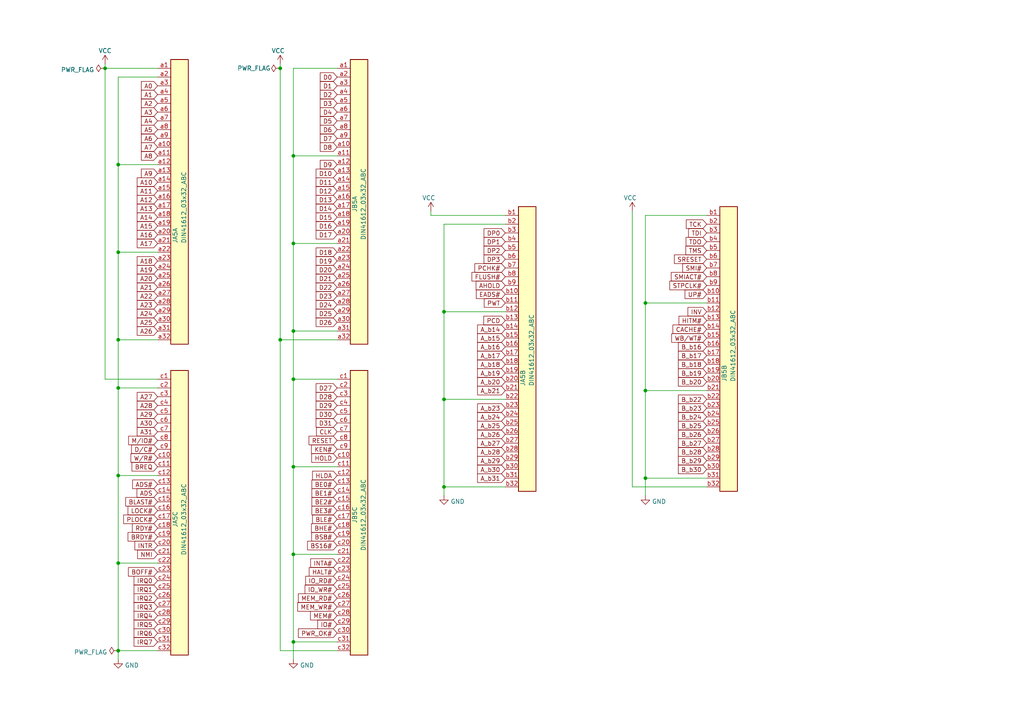
<source format=kicad_sch>
(kicad_sch (version 20211123) (generator eeschema)
  (paper "A4")
  (lib_symbols
    (symbol "Private Lib:DIN41612_03x32_ABC"
      (property "Reference" "U" (at 0 0 0))
      (property "Value" "DIN41612_03x32_ABC" (at 0 2.54 0))
      (symbol "DIN41612_03x32_ABC_0_1"
        (rectangle (start -2.54 -2.54) (end 2.54 -85.09) (stroke (width 0.254)) (fill (type background)))
      )
      (symbol "DIN41612_03x32_ABC_1_1"
        (pin passive line (at -6.35 -5.08 0) (length 3.81) (name "") (number "a1"))
        (pin passive line (at -6.35 -27.94 0) (length 3.81) (name "") (number "a10"))
        (pin passive line (at -6.35 -30.48 0) (length 3.81) (name "") (number "a11"))
        (pin passive line (at -6.35 -33.02 0) (length 3.81) (name "") (number "a12"))
        (pin passive line (at -6.35 -35.56 0) (length 3.81) (name "") (number "a13"))
        (pin passive line (at -6.35 -38.1 0) (length 3.81) (name "") (number "a14"))
        (pin passive line (at -6.35 -40.64 0) (length 3.81) (name "") (number "a15"))
        (pin passive line (at -6.35 -43.18 0) (length 3.81) (name "") (number "a16"))
        (pin passive line (at -6.35 -45.72 0) (length 3.81) (name "") (number "a17"))
        (pin passive line (at -6.35 -48.26 0) (length 3.81) (name "") (number "a18"))
        (pin passive line (at -6.35 -50.8 0) (length 3.81) (name "") (number "a19"))
        (pin passive line (at -6.35 -7.62 0) (length 3.81) (name "") (number "a2"))
        (pin passive line (at -6.35 -53.34 0) (length 3.81) (name "") (number "a20"))
        (pin passive line (at -6.35 -55.88 0) (length 3.81) (name "") (number "a21"))
        (pin passive line (at -6.35 -58.42 0) (length 3.81) (name "") (number "a22"))
        (pin passive line (at -6.35 -60.96 0) (length 3.81) (name "") (number "a23"))
        (pin passive line (at -6.35 -63.5 0) (length 3.81) (name "") (number "a24"))
        (pin passive line (at -6.35 -66.04 0) (length 3.81) (name "") (number "a25"))
        (pin passive line (at -6.35 -68.58 0) (length 3.81) (name "") (number "a26"))
        (pin passive line (at -6.35 -71.12 0) (length 3.81) (name "") (number "a27"))
        (pin passive line (at -6.35 -73.66 0) (length 3.81) (name "") (number "a28"))
        (pin passive line (at -6.35 -76.2 0) (length 3.81) (name "") (number "a29"))
        (pin passive line (at -6.35 -10.16 0) (length 3.81) (name "") (number "a3"))
        (pin passive line (at -6.35 -78.74 0) (length 3.81) (name "") (number "a30"))
        (pin passive line (at -6.35 -81.28 0) (length 3.81) (name "") (number "a31"))
        (pin passive line (at -6.35 -83.82 0) (length 3.81) (name "") (number "a32"))
        (pin passive line (at -6.35 -12.7 0) (length 3.81) (name "") (number "a4"))
        (pin passive line (at -6.35 -15.24 0) (length 3.81) (name "") (number "a5"))
        (pin passive line (at -6.35 -17.78 0) (length 3.81) (name "") (number "a6"))
        (pin passive line (at -6.35 -20.32 0) (length 3.81) (name "") (number "a7"))
        (pin passive line (at -6.35 -22.86 0) (length 3.81) (name "") (number "a8"))
        (pin passive line (at -6.35 -25.4 0) (length 3.81) (name "") (number "a9"))
      )
      (symbol "DIN41612_03x32_ABC_2_1"
        (pin passive line (at -6.35 -5.08 0) (length 3.81) (name "") (number "b1"))
        (pin passive line (at -6.35 -27.94 0) (length 3.81) (name "") (number "b10"))
        (pin passive line (at -6.35 -30.48 0) (length 3.81) (name "") (number "b11"))
        (pin passive line (at -6.35 -33.02 0) (length 3.81) (name "") (number "b12"))
        (pin passive line (at -6.35 -35.56 0) (length 3.81) (name "") (number "b13"))
        (pin passive line (at -6.35 -38.1 0) (length 3.81) (name "") (number "b14"))
        (pin passive line (at -6.35 -40.64 0) (length 3.81) (name "") (number "b15"))
        (pin passive line (at -6.35 -43.18 0) (length 3.81) (name "") (number "b16"))
        (pin passive line (at -6.35 -45.72 0) (length 3.81) (name "") (number "b17"))
        (pin passive line (at -6.35 -48.26 0) (length 3.81) (name "") (number "b18"))
        (pin passive line (at -6.35 -50.8 0) (length 3.81) (name "") (number "b19"))
        (pin passive line (at -6.35 -7.62 0) (length 3.81) (name "") (number "b2"))
        (pin passive line (at -6.35 -53.34 0) (length 3.81) (name "") (number "b20"))
        (pin passive line (at -6.35 -55.88 0) (length 3.81) (name "") (number "b21"))
        (pin passive line (at -6.35 -58.42 0) (length 3.81) (name "") (number "b22"))
        (pin passive line (at -6.35 -60.96 0) (length 3.81) (name "") (number "b23"))
        (pin passive line (at -6.35 -63.5 0) (length 3.81) (name "") (number "b24"))
        (pin passive line (at -6.35 -66.04 0) (length 3.81) (name "") (number "b25"))
        (pin passive line (at -6.35 -68.58 0) (length 3.81) (name "") (number "b26"))
        (pin passive line (at -6.35 -71.12 0) (length 3.81) (name "") (number "b27"))
        (pin passive line (at -6.35 -73.66 0) (length 3.81) (name "") (number "b28"))
        (pin passive line (at -6.35 -76.2 0) (length 3.81) (name "") (number "b29"))
        (pin passive line (at -6.35 -10.16 0) (length 3.81) (name "") (number "b3"))
        (pin passive line (at -6.35 -78.74 0) (length 3.81) (name "") (number "b30"))
        (pin passive line (at -6.35 -81.28 0) (length 3.81) (name "") (number "b31"))
        (pin passive line (at -6.35 -83.82 0) (length 3.81) (name "") (number "b32"))
        (pin passive line (at -6.35 -12.7 0) (length 3.81) (name "") (number "b4"))
        (pin passive line (at -6.35 -15.24 0) (length 3.81) (name "") (number "b5"))
        (pin passive line (at -6.35 -17.78 0) (length 3.81) (name "") (number "b6"))
        (pin passive line (at -6.35 -20.32 0) (length 3.81) (name "") (number "b7"))
        (pin passive line (at -6.35 -22.86 0) (length 3.81) (name "") (number "b8"))
        (pin passive line (at -6.35 -25.4 0) (length 3.81) (name "") (number "b9"))
      )
      (symbol "DIN41612_03x32_ABC_3_1"
        (pin passive line (at -6.35 -5.08 0) (length 3.81) (name "") (number "c1"))
        (pin passive line (at -6.35 -27.94 0) (length 3.81) (name "") (number "c10"))
        (pin passive line (at -6.35 -30.48 0) (length 3.81) (name "") (number "c11"))
        (pin passive line (at -6.35 -33.02 0) (length 3.81) (name "") (number "c12"))
        (pin passive line (at -6.35 -35.56 0) (length 3.81) (name "") (number "c13"))
        (pin passive line (at -6.35 -38.1 0) (length 3.81) (name "") (number "c14"))
        (pin passive line (at -6.35 -40.64 0) (length 3.81) (name "") (number "c15"))
        (pin passive line (at -6.35 -43.18 0) (length 3.81) (name "") (number "c16"))
        (pin passive line (at -6.35 -45.72 0) (length 3.81) (name "") (number "c17"))
        (pin passive line (at -6.35 -48.26 0) (length 3.81) (name "") (number "c18"))
        (pin passive line (at -6.35 -50.8 0) (length 3.81) (name "") (number "c19"))
        (pin passive line (at -6.35 -7.62 0) (length 3.81) (name "") (number "c2"))
        (pin passive line (at -6.35 -53.34 0) (length 3.81) (name "") (number "c20"))
        (pin passive line (at -6.35 -55.88 0) (length 3.81) (name "") (number "c21"))
        (pin passive line (at -6.35 -58.42 0) (length 3.81) (name "") (number "c22"))
        (pin passive line (at -6.35 -60.96 0) (length 3.81) (name "") (number "c23"))
        (pin passive line (at -6.35 -63.5 0) (length 3.81) (name "") (number "c24"))
        (pin passive line (at -6.35 -66.04 0) (length 3.81) (name "") (number "c25"))
        (pin passive line (at -6.35 -68.58 0) (length 3.81) (name "") (number "c26"))
        (pin passive line (at -6.35 -71.12 0) (length 3.81) (name "") (number "c27"))
        (pin passive line (at -6.35 -73.66 0) (length 3.81) (name "") (number "c28"))
        (pin passive line (at -6.35 -76.2 0) (length 3.81) (name "") (number "c29"))
        (pin passive line (at -6.35 -10.16 0) (length 3.81) (name "") (number "c3"))
        (pin passive line (at -6.35 -78.74 0) (length 3.81) (name "") (number "c30"))
        (pin passive line (at -6.35 -81.28 0) (length 3.81) (name "") (number "c31"))
        (pin passive line (at -6.35 -83.82 0) (length 3.81) (name "") (number "c32"))
        (pin passive line (at -6.35 -12.7 0) (length 3.81) (name "") (number "c4"))
        (pin passive line (at -6.35 -15.24 0) (length 3.81) (name "") (number "c5"))
        (pin passive line (at -6.35 -17.78 0) (length 3.81) (name "") (number "c6"))
        (pin passive line (at -6.35 -20.32 0) (length 3.81) (name "") (number "c7"))
        (pin passive line (at -6.35 -22.86 0) (length 3.81) (name "") (number "c8"))
        (pin passive line (at -6.35 -25.4 0) (length 3.81) (name "") (number "c9"))
      )
    )
    (symbol "power:GND" (power) (pin_names (offset 0))
      (property "Value" "GND" (at 0 -3.81 0))
      (symbol "GND_0_1"
        (polyline (pts (xy 0 0) (xy 0 -1.27) (xy 1.27 -1.27) (xy 0 -2.54) (xy -1.27 -1.27) (xy 0 -1.27)))
      )
      (symbol "GND_1_1"
        (pin power_in line (at 0 0 270) (length 0) hide (name "GND") (number "1"))
      )
    )
    (symbol "power:PWR_FLAG" (power) (pin_numbers hide) (pin_names (offset 0) hide)
      (property "Value" "PWR_FLAG" (at 0 3.81 0))
      (symbol "PWR_FLAG_0_0"
        (pin power_out line (at 0 0 90) (length 0) (name "pwr") (number "1"))
      )
      (symbol "PWR_FLAG_0_1"
        (polyline (pts (xy 0 0) (xy 0 1.27) (xy -1.016 1.905) (xy 0 2.54) (xy 1.016 1.905) (xy 0 1.27)))
      )
    )
    (symbol "power:VCC" (power) (pin_names (offset 0))
      (property "Value" "VCC" (at 0 3.81 0))
      (symbol "VCC_0_1"
        (polyline (pts (xy -0.762 1.27) (xy 0 2.54)))
        (polyline (pts (xy 0 0) (xy 0 2.54)))
        (polyline (pts (xy 0 2.54) (xy 0.762 1.27)))
      )
      (symbol "VCC_1_1"
        (pin power_in line (at 0 0 90) (length 0) hide (name "VCC") (number "1"))
      )
    )
  )
  (junction (at 34.29 98.552))
  (junction (at 128.778 115.824))
  (junction (at 30.48 19.812))
  (junction (at 34.29 73.152))
  (junction (at 85.09 186.182))
  (junction (at 85.09 70.612))
  (junction (at 128.778 90.424))
  (junction (at 34.29 47.752))
  (junction (at 85.09 96.012))
  (junction (at 187.198 113.284))
  (junction (at 34.29 163.322))
  (junction (at 34.29 137.922))
  (junction (at 81.28 98.552))
  (junction (at 34.29 112.522))
  (junction (at 85.09 109.982))
  (junction (at 85.09 160.782))
  (junction (at 187.198 87.884))
  (junction (at 81.28 19.812))
  (junction (at 128.778 141.224))
  (junction (at 85.09 45.212))
  (junction (at 34.29 188.722))
  (junction (at 85.09 135.382))
  (junction (at 187.198 138.684))
  (wire (pts (xy 45.72 22.352) (xy 34.29 22.352)))
  (wire (pts (xy 30.48 19.812) (xy 45.72 19.812)))
  (wire (pts (xy 34.29 47.752) (xy 45.72 47.752)))
  (wire (pts (xy 146.558 141.224) (xy 128.778 141.224)))
  (wire (pts (xy 187.198 62.484) (xy 187.198 87.884)))
  (wire (pts (xy 34.29 163.322) (xy 45.72 163.322)))
  (wire (pts (xy 146.558 65.024) (xy 128.778 65.024)))
  (wire (pts (xy 128.778 90.424) (xy 146.558 90.424)))
  (wire (pts (xy 124.968 62.484) (xy 146.558 62.484)))
  (wire (pts (xy 187.198 87.884) (xy 204.978 87.884)))
  (wire (pts (xy 146.558 115.824) (xy 128.778 115.824)))
  (wire (pts (xy 187.198 87.884) (xy 187.198 113.284)))
  (wire (pts (xy 81.28 98.552) (xy 81.28 188.722)))
  (wire (pts (xy 30.48 19.812) (xy 30.48 109.982)))
  (wire (pts (xy 124.968 61.214) (xy 124.968 62.484)))
  (wire (pts (xy 128.778 65.024) (xy 128.778 90.424)))
  (wire (pts (xy 187.198 138.684) (xy 187.198 143.764)))
  (wire (pts (xy 81.28 188.722) (xy 97.79 188.722)))
  (wire (pts (xy 34.29 188.722) (xy 45.72 188.722)))
  (wire (pts (xy 85.09 135.382) (xy 97.79 135.382)))
  (wire (pts (xy 81.28 19.812) (xy 81.28 98.552)))
  (wire (pts (xy 34.29 137.922) (xy 34.29 163.322)))
  (wire (pts (xy 85.09 45.212) (xy 97.79 45.212)))
  (wire (pts (xy 128.778 143.764) (xy 128.778 141.224)))
  (wire (pts (xy 204.978 141.224) (xy 183.388 141.224)))
  (wire (pts (xy 30.48 18.542) (xy 30.48 19.812)))
  (wire (pts (xy 34.29 137.922) (xy 45.72 137.922)))
  (wire (pts (xy 85.09 109.982) (xy 97.79 109.982)))
  (wire (pts (xy 85.09 96.012) (xy 85.09 109.982)))
  (wire (pts (xy 85.09 45.212) (xy 85.09 70.612)))
  (wire (pts (xy 85.09 70.612) (xy 85.09 96.012)))
  (wire (pts (xy 128.778 115.824) (xy 128.778 141.224)))
  (wire (pts (xy 85.09 186.182) (xy 85.09 191.262)))
  (wire (pts (xy 183.388 61.214) (xy 183.388 141.224)))
  (wire (pts (xy 128.778 90.424) (xy 128.778 115.824)))
  (wire (pts (xy 204.978 113.284) (xy 187.198 113.284)))
  (wire (pts (xy 34.29 73.152) (xy 34.29 98.552)))
  (wire (pts (xy 34.29 112.522) (xy 45.72 112.522)))
  (wire (pts (xy 34.29 191.262) (xy 34.29 188.722)))
  (wire (pts (xy 34.29 163.322) (xy 34.29 188.722)))
  (wire (pts (xy 30.48 109.982) (xy 45.72 109.982)))
  (wire (pts (xy 204.978 62.484) (xy 187.198 62.484)))
  (wire (pts (xy 34.29 73.152) (xy 45.72 73.152)))
  (wire (pts (xy 85.09 109.982) (xy 85.09 135.382)))
  (wire (pts (xy 85.09 160.782) (xy 85.09 186.182)))
  (wire (pts (xy 187.198 113.284) (xy 187.198 138.684)))
  (wire (pts (xy 85.09 135.382) (xy 85.09 160.782)))
  (wire (pts (xy 85.09 96.012) (xy 97.79 96.012)))
  (wire (pts (xy 34.29 22.352) (xy 34.29 47.752)))
  (wire (pts (xy 85.09 160.782) (xy 97.79 160.782)))
  (wire (pts (xy 34.29 98.552) (xy 45.72 98.552)))
  (wire (pts (xy 97.79 19.812) (xy 85.09 19.812)))
  (wire (pts (xy 34.29 47.752) (xy 34.29 73.152)))
  (wire (pts (xy 85.09 186.182) (xy 97.79 186.182)))
  (wire (pts (xy 204.978 138.684) (xy 187.198 138.684)))
  (wire (pts (xy 34.29 98.552) (xy 34.29 112.522)))
  (wire (pts (xy 85.09 19.812) (xy 85.09 45.212)))
  (wire (pts (xy 81.28 98.552) (xy 97.79 98.552)))
  (wire (pts (xy 34.29 112.522) (xy 34.29 137.922)))
  (wire (pts (xy 85.09 70.612) (xy 97.79 70.612)))
  (wire (pts (xy 81.28 18.542) (xy 81.28 19.812)))
  (global_label "D13" (shape input) (at 97.79 57.912 180) (property "Intersheet References" "${INTERSHEET_REFS}" (effects hide)))
  (global_label "DP3" (shape input) (at 146.558 75.184 180) (property "Intersheet References" "${INTERSHEET_REFS}" (effects hide)))
  (global_label "IO#" (shape input) (at 97.79 181.102 180) (property "Intersheet References" "${INTERSHEET_REFS}" (effects hide)))
  (global_label "D4" (shape input) (at 97.79 32.512 180) (property "Intersheet References" "${INTERSHEET_REFS}" (effects hide)))
  (global_label "D30" (shape input) (at 97.79 120.142 180) (property "Intersheet References" "${INTERSHEET_REFS}" (effects hide)))
  (global_label "A5" (shape input) (at 45.72 37.592 180) (property "Intersheet References" "${INTERSHEET_REFS}" (effects hide)))
  (global_label "D2" (shape input) (at 97.79 27.432 180) (property "Intersheet References" "${INTERSHEET_REFS}" (effects hide)))
  (global_label "D{slash}C#" (shape input) (at 45.72 130.302 180) (property "Intersheet References" "${INTERSHEET_REFS}" (effects hide)))
  (global_label "D1" (shape input) (at 97.79 24.892 180) (property "Intersheet References" "${INTERSHEET_REFS}" (effects hide)))
  (global_label "HLDA" (shape input) (at 97.79 137.922 180) (property "Intersheet References" "${INTERSHEET_REFS}" (effects hide)))
  (global_label "D11" (shape input) (at 97.79 52.832 180) (property "Intersheet References" "${INTERSHEET_REFS}" (effects hide)))
  (global_label "M{slash}IO#" (shape input) (at 45.72 127.762 180) (property "Intersheet References" "${INTERSHEET_REFS}" (effects hide)))
  (global_label "TDI" (shape input) (at 204.978 67.564 180) (property "Intersheet References" "${INTERSHEET_REFS}" (effects hide)))
  (global_label "A21" (shape input) (at 45.72 83.312 180) (property "Intersheet References" "${INTERSHEET_REFS}" (effects hide)))
  (global_label "A4" (shape input) (at 45.72 35.052 180) (property "Intersheet References" "${INTERSHEET_REFS}" (effects hide)))
  (global_label "A11" (shape input) (at 45.72 55.372 180) (property "Intersheet References" "${INTERSHEET_REFS}" (effects hide)))
  (global_label "SRESET" (shape input) (at 204.978 75.184 180) (property "Intersheet References" "${INTERSHEET_REFS}" (effects hide)))
  (global_label "IO_RD#" (shape input) (at 97.79 168.402 180) (property "Intersheet References" "${INTERSHEET_REFS}" (effects hide)))
  (global_label "A_b31" (shape input) (at 146.558 138.684 180) (property "Intersheet References" "${INTERSHEET_REFS}" (effects hide)))
  (global_label "D15" (shape input) (at 97.79 62.992 180) (property "Intersheet References" "${INTERSHEET_REFS}" (effects hide)))
  (global_label "TDO" (shape input) (at 204.978 70.104 180) (property "Intersheet References" "${INTERSHEET_REFS}" (effects hide)))
  (global_label "ADS#" (shape input) (at 45.72 140.462 180) (property "Intersheet References" "${INTERSHEET_REFS}" (effects hide)))
  (global_label "IRQ2" (shape input) (at 45.72 173.482 180) (property "Intersheet References" "${INTERSHEET_REFS}" (effects hide)))
  (global_label "A15" (shape input) (at 45.72 65.532 180) (property "Intersheet References" "${INTERSHEET_REFS}" (effects hide)))
  (global_label "BE0#" (shape input) (at 97.79 140.462 180) (property "Intersheet References" "${INTERSHEET_REFS}" (effects hide)))
  (global_label "A30" (shape input) (at 45.72 122.682 180) (property "Intersheet References" "${INTERSHEET_REFS}" (effects hide)))
  (global_label "BRDY#" (shape input) (at 45.72 155.702 180) (property "Intersheet References" "${INTERSHEET_REFS}" (effects hide)))
  (global_label "B_b28" (shape input) (at 204.978 131.064 180) (property "Intersheet References" "${INTERSHEET_REFS}" (effects hide)))
  (global_label "LOCK#" (shape input) (at 45.72 148.082 180) (property "Intersheet References" "${INTERSHEET_REFS}" (effects hide)))
  (global_label "D6" (shape input) (at 97.79 37.592 180) (property "Intersheet References" "${INTERSHEET_REFS}" (effects hide)))
  (global_label "INTA#" (shape input) (at 97.79 163.322 180) (property "Intersheet References" "${INTERSHEET_REFS}" (effects hide)))
  (global_label "A_b26" (shape input) (at 146.558 125.984 180) (property "Intersheet References" "${INTERSHEET_REFS}" (effects hide)))
  (global_label "D19" (shape input) (at 97.79 75.692 180) (property "Intersheet References" "${INTERSHEET_REFS}" (effects hide)))
  (global_label "BS16#" (shape input) (at 97.79 158.242 180) (property "Intersheet References" "${INTERSHEET_REFS}" (effects hide)))
  (global_label "RDY#" (shape input) (at 45.72 153.162 180) (property "Intersheet References" "${INTERSHEET_REFS}" (effects hide)))
  (global_label "SMI#" (shape input) (at 204.978 77.724 180) (property "Intersheet References" "${INTERSHEET_REFS}" (effects hide)))
  (global_label "EADS#" (shape input) (at 146.558 85.344 180) (property "Intersheet References" "${INTERSHEET_REFS}" (effects hide)))
  (global_label "BHE#" (shape input) (at 97.79 153.162 180) (property "Intersheet References" "${INTERSHEET_REFS}" (effects hide)))
  (global_label "HITM#" (shape input) (at 204.978 92.964 180) (property "Intersheet References" "${INTERSHEET_REFS}" (effects hide)))
  (global_label "B_b22" (shape input) (at 204.978 115.824 180) (property "Intersheet References" "${INTERSHEET_REFS}" (effects hide)))
  (global_label "B_b19" (shape input) (at 204.978 108.204 180) (property "Intersheet References" "${INTERSHEET_REFS}" (effects hide)))
  (global_label "A14" (shape input) (at 45.72 62.992 180) (property "Intersheet References" "${INTERSHEET_REFS}" (effects hide)))
  (global_label "D17" (shape input) (at 97.79 68.072 180) (property "Intersheet References" "${INTERSHEET_REFS}" (effects hide)))
  (global_label "A_b21" (shape input) (at 146.558 113.284 180) (property "Intersheet References" "${INTERSHEET_REFS}" (effects hide)))
  (global_label "INV" (shape input) (at 204.978 90.424 180) (property "Intersheet References" "${INTERSHEET_REFS}" (effects hide)))
  (global_label "TMS" (shape input) (at 204.978 72.644 180) (property "Intersheet References" "${INTERSHEET_REFS}" (effects hide)))
  (global_label "ADS" (shape input) (at 45.72 143.002 180) (property "Intersheet References" "${INTERSHEET_REFS}" (effects hide)))
  (global_label "A31" (shape input) (at 45.72 125.222 180) (property "Intersheet References" "${INTERSHEET_REFS}" (effects hide)))
  (global_label "IRQ0" (shape input) (at 45.72 168.402 180) (property "Intersheet References" "${INTERSHEET_REFS}" (effects hide)))
  (global_label "D12" (shape input) (at 97.79 55.372 180) (property "Intersheet References" "${INTERSHEET_REFS}" (effects hide)))
  (global_label "KEN#" (shape input) (at 97.79 130.302 180) (property "Intersheet References" "${INTERSHEET_REFS}" (effects hide)))
  (global_label "B_b23" (shape input) (at 204.978 118.364 180) (property "Intersheet References" "${INTERSHEET_REFS}" (effects hide)))
  (global_label "SMIACT#" (shape input) (at 204.978 80.264 180) (property "Intersheet References" "${INTERSHEET_REFS}" (effects hide)))
  (global_label "BLE#" (shape input) (at 97.79 150.622 180) (property "Intersheet References" "${INTERSHEET_REFS}" (effects hide)))
  (global_label "A_b20" (shape input) (at 146.558 110.744 180) (property "Intersheet References" "${INTERSHEET_REFS}" (effects hide)))
  (global_label "DP0" (shape input) (at 146.558 67.564 180) (property "Intersheet References" "${INTERSHEET_REFS}" (effects hide)))
  (global_label "D25" (shape input) (at 97.79 90.932 180) (property "Intersheet References" "${INTERSHEET_REFS}" (effects hide)))
  (global_label "D16" (shape input) (at 97.79 65.532 180) (property "Intersheet References" "${INTERSHEET_REFS}" (effects hide)))
  (global_label "BS8#" (shape input) (at 97.79 155.702 180) (property "Intersheet References" "${INTERSHEET_REFS}" (effects hide)))
  (global_label "B_b20" (shape input) (at 204.978 110.744 180) (property "Intersheet References" "${INTERSHEET_REFS}" (effects hide)))
  (global_label "BLAST#" (shape input) (at 45.72 145.542 180) (property "Intersheet References" "${INTERSHEET_REFS}" (effects hide)))
  (global_label "A9" (shape input) (at 45.72 50.292 180) (property "Intersheet References" "${INTERSHEET_REFS}" (effects hide)))
  (global_label "A17" (shape input) (at 45.72 70.612 180) (property "Intersheet References" "${INTERSHEET_REFS}" (effects hide)))
  (global_label "B_b27" (shape input) (at 204.978 128.524 180) (property "Intersheet References" "${INTERSHEET_REFS}" (effects hide)))
  (global_label "B_b26" (shape input) (at 204.978 125.984 180) (property "Intersheet References" "${INTERSHEET_REFS}" (effects hide)))
  (global_label "CLK" (shape input) (at 97.79 125.222 180) (property "Intersheet References" "${INTERSHEET_REFS}" (effects hide)))
  (global_label "D10" (shape input) (at 97.79 50.292 180) (property "Intersheet References" "${INTERSHEET_REFS}" (effects hide)))
  (global_label "D27" (shape input) (at 97.79 112.522 180) (property "Intersheet References" "${INTERSHEET_REFS}" (effects hide)))
  (global_label "A24" (shape input) (at 45.72 90.932 180) (property "Intersheet References" "${INTERSHEET_REFS}" (effects hide)))
  (global_label "PCHK#" (shape input) (at 146.558 77.724 180) (property "Intersheet References" "${INTERSHEET_REFS}" (effects hide)))
  (global_label "A27" (shape input) (at 45.72 115.062 180) (property "Intersheet References" "${INTERSHEET_REFS}" (effects hide)))
  (global_label "D3" (shape input) (at 97.79 29.972 180) (property "Intersheet References" "${INTERSHEET_REFS}" (effects hide)))
  (global_label "HALT#" (shape input) (at 97.79 165.862 180) (property "Intersheet References" "${INTERSHEET_REFS}" (effects hide)))
  (global_label "IRQ7" (shape input) (at 45.72 186.182 180) (property "Intersheet References" "${INTERSHEET_REFS}" (effects hide)))
  (global_label "DP2" (shape input) (at 146.558 72.644 180) (property "Intersheet References" "${INTERSHEET_REFS}" (effects hide)))
  (global_label "RESET" (shape input) (at 97.79 127.762 180) (property "Intersheet References" "${INTERSHEET_REFS}" (effects hide)))
  (global_label "AHOLD" (shape input) (at 146.558 82.804 180) (property "Intersheet References" "${INTERSHEET_REFS}" (effects hide)))
  (global_label "D22" (shape input) (at 97.79 83.312 180) (property "Intersheet References" "${INTERSHEET_REFS}" (effects hide)))
  (global_label "MEM#" (shape input) (at 97.79 178.562 180) (property "Intersheet References" "${INTERSHEET_REFS}" (effects hide)))
  (global_label "A25" (shape input) (at 45.72 93.472 180) (property "Intersheet References" "${INTERSHEET_REFS}" (effects hide)))
  (global_label "IRQ4" (shape input) (at 45.72 178.562 180) (property "Intersheet References" "${INTERSHEET_REFS}" (effects hide)))
  (global_label "A_b23" (shape input) (at 146.558 118.364 180) (property "Intersheet References" "${INTERSHEET_REFS}" (effects hide)))
  (global_label "WB{slash}WT#" (shape input) (at 204.978 98.044 180) (property "Intersheet References" "${INTERSHEET_REFS}" (effects hide)))
  (global_label "D26" (shape input) (at 97.79 93.472 180) (property "Intersheet References" "${INTERSHEET_REFS}" (effects hide)))
  (global_label "D7" (shape input) (at 97.79 40.132 180) (property "Intersheet References" "${INTERSHEET_REFS}" (effects hide)))
  (global_label "TCK" (shape input) (at 204.978 65.024 180) (property "Intersheet References" "${INTERSHEET_REFS}" (effects hide)))
  (global_label "D0" (shape input) (at 97.79 22.352 180) (property "Intersheet References" "${INTERSHEET_REFS}" (effects hide)))
  (global_label "D9" (shape input) (at 97.79 47.752 180) (property "Intersheet References" "${INTERSHEET_REFS}" (effects hide)))
  (global_label "IRQ3" (shape input) (at 45.72 176.022 180) (property "Intersheet References" "${INTERSHEET_REFS}" (effects hide)))
  (global_label "IRQ6" (shape input) (at 45.72 183.642 180) (property "Intersheet References" "${INTERSHEET_REFS}" (effects hide)))
  (global_label "A22" (shape input) (at 45.72 85.852 180) (property "Intersheet References" "${INTERSHEET_REFS}" (effects hide)))
  (global_label "B_b24" (shape input) (at 204.978 120.904 180) (property "Intersheet References" "${INTERSHEET_REFS}" (effects hide)))
  (global_label "BREQ" (shape input) (at 45.72 135.382 180) (property "Intersheet References" "${INTERSHEET_REFS}" (effects hide)))
  (global_label "A_b25" (shape input) (at 146.558 123.444 180) (property "Intersheet References" "${INTERSHEET_REFS}" (effects hide)))
  (global_label "D24" (shape input) (at 97.79 88.392 180) (property "Intersheet References" "${INTERSHEET_REFS}" (effects hide)))
  (global_label "A_b15" (shape input) (at 146.558 98.044 180) (property "Intersheet References" "${INTERSHEET_REFS}" (effects hide)))
  (global_label "A29" (shape input) (at 45.72 120.142 180) (property "Intersheet References" "${INTERSHEET_REFS}" (effects hide)))
  (global_label "D20" (shape input) (at 97.79 78.232 180) (property "Intersheet References" "${INTERSHEET_REFS}" (effects hide)))
  (global_label "A_b24" (shape input) (at 146.558 120.904 180) (property "Intersheet References" "${INTERSHEET_REFS}" (effects hide)))
  (global_label "B_b30" (shape input) (at 204.978 136.144 180) (property "Intersheet References" "${INTERSHEET_REFS}" (effects hide)))
  (global_label "A0" (shape input) (at 45.72 24.892 180) (property "Intersheet References" "${INTERSHEET_REFS}" (effects hide)))
  (global_label "A_b30" (shape input) (at 146.558 136.144 180) (property "Intersheet References" "${INTERSHEET_REFS}" (effects hide)))
  (global_label "B_b16" (shape input) (at 204.978 100.584 180) (property "Intersheet References" "${INTERSHEET_REFS}" (effects hide)))
  (global_label "A20" (shape input) (at 45.72 80.772 180) (property "Intersheet References" "${INTERSHEET_REFS}" (effects hide)))
  (global_label "A_b17" (shape input) (at 146.558 103.124 180) (property "Intersheet References" "${INTERSHEET_REFS}" (effects hide)))
  (global_label "D21" (shape input) (at 97.79 80.772 180) (property "Intersheet References" "${INTERSHEET_REFS}" (effects hide)))
  (global_label "IRQ5" (shape input) (at 45.72 181.102 180) (property "Intersheet References" "${INTERSHEET_REFS}" (effects hide)))
  (global_label "B_b17" (shape input) (at 204.978 103.124 180) (property "Intersheet References" "${INTERSHEET_REFS}" (effects hide)))
  (global_label "A_b29" (shape input) (at 146.558 133.604 180) (property "Intersheet References" "${INTERSHEET_REFS}" (effects hide)))
  (global_label "A3" (shape input) (at 45.72 32.512 180) (property "Intersheet References" "${INTERSHEET_REFS}" (effects hide)))
  (global_label "FLUSH#" (shape input) (at 146.558 80.264 180) (property "Intersheet References" "${INTERSHEET_REFS}" (effects hide)))
  (global_label "D18" (shape input) (at 97.79 73.152 180) (property "Intersheet References" "${INTERSHEET_REFS}" (effects hide)))
  (global_label "A_b27" (shape input) (at 146.558 128.524 180) (property "Intersheet References" "${INTERSHEET_REFS}" (effects hide)))
  (global_label "B_b29" (shape input) (at 204.978 133.604 180) (property "Intersheet References" "${INTERSHEET_REFS}" (effects hide)))
  (global_label "NMI" (shape input) (at 45.72 160.782 180) (property "Intersheet References" "${INTERSHEET_REFS}" (effects hide)))
  (global_label "A_b16" (shape input) (at 146.558 100.584 180) (property "Intersheet References" "${INTERSHEET_REFS}" (effects hide)))
  (global_label "PLOCK#" (shape input) (at 45.72 150.622 180) (property "Intersheet References" "${INTERSHEET_REFS}" (effects hide)))
  (global_label "A16" (shape input) (at 45.72 68.072 180) (property "Intersheet References" "${INTERSHEET_REFS}" (effects hide)))
  (global_label "D29" (shape input) (at 97.79 117.602 180) (property "Intersheet References" "${INTERSHEET_REFS}" (effects hide)))
  (global_label "PCD" (shape input) (at 146.558 92.964 180) (property "Intersheet References" "${INTERSHEET_REFS}" (effects hide)))
  (global_label "A_b19" (shape input) (at 146.558 108.204 180) (property "Intersheet References" "${INTERSHEET_REFS}" (effects hide)))
  (global_label "HOLD" (shape input) (at 97.79 132.842 180) (property "Intersheet References" "${INTERSHEET_REFS}" (effects hide)))
  (global_label "A12" (shape input) (at 45.72 57.912 180) (property "Intersheet References" "${INTERSHEET_REFS}" (effects hide)))
  (global_label "W{slash}R#" (shape input) (at 45.72 132.842 180) (property "Intersheet References" "${INTERSHEET_REFS}" (effects hide)))
  (global_label "BE3#" (shape input) (at 97.79 148.082 180) (property "Intersheet References" "${INTERSHEET_REFS}" (effects hide)))
  (global_label "IO_WR#" (shape input) (at 97.79 170.942 180) (property "Intersheet References" "${INTERSHEET_REFS}" (effects hide)))
  (global_label "A2" (shape input) (at 45.72 29.972 180) (property "Intersheet References" "${INTERSHEET_REFS}" (effects hide)))
  (global_label "BE1#" (shape input) (at 97.79 143.002 180) (property "Intersheet References" "${INTERSHEET_REFS}" (effects hide)))
  (global_label "D14" (shape input) (at 97.79 60.452 180) (property "Intersheet References" "${INTERSHEET_REFS}" (effects hide)))
  (global_label "B_b25" (shape input) (at 204.978 123.444 180) (property "Intersheet References" "${INTERSHEET_REFS}" (effects hide)))
  (global_label "D23" (shape input) (at 97.79 85.852 180) (property "Intersheet References" "${INTERSHEET_REFS}" (effects hide)))
  (global_label "A26" (shape input) (at 45.72 96.012 180) (property "Intersheet References" "${INTERSHEET_REFS}" (effects hide)))
  (global_label "B_b18" (shape input) (at 204.978 105.664 180) (property "Intersheet References" "${INTERSHEET_REFS}" (effects hide)))
  (global_label "DP1" (shape input) (at 146.558 70.104 180) (property "Intersheet References" "${INTERSHEET_REFS}" (effects hide)))
  (global_label "A_b14" (shape input) (at 146.558 95.504 180) (property "Intersheet References" "${INTERSHEET_REFS}" (effects hide)))
  (global_label "A10" (shape input) (at 45.72 52.832 180) (property "Intersheet References" "${INTERSHEET_REFS}" (effects hide)))
  (global_label "D31" (shape input) (at 97.79 122.682 180) (property "Intersheet References" "${INTERSHEET_REFS}" (effects hide)))
  (global_label "A19" (shape input) (at 45.72 78.232 180) (property "Intersheet References" "${INTERSHEET_REFS}" (effects hide)))
  (global_label "IRQ1" (shape input) (at 45.72 170.942 180) (property "Intersheet References" "${INTERSHEET_REFS}" (effects hide)))
  (global_label "A6" (shape input) (at 45.72 40.132 180) (property "Intersheet References" "${INTERSHEET_REFS}" (effects hide)))
  (global_label "A18" (shape input) (at 45.72 75.692 180) (property "Intersheet References" "${INTERSHEET_REFS}" (effects hide)))
  (global_label "PWT" (shape input) (at 146.558 87.884 180) (property "Intersheet References" "${INTERSHEET_REFS}" (effects hide)))
  (global_label "BOFF#" (shape input) (at 45.72 165.862 180) (property "Intersheet References" "${INTERSHEET_REFS}" (effects hide)))
  (global_label "A_b28" (shape input) (at 146.558 131.064 180) (property "Intersheet References" "${INTERSHEET_REFS}" (effects hide)))
  (global_label "A7" (shape input) (at 45.72 42.672 180) (property "Intersheet References" "${INTERSHEET_REFS}" (effects hide)))
  (global_label "MEM_RD#" (shape input) (at 97.79 173.482 180) (property "Intersheet References" "${INTERSHEET_REFS}" (effects hide)))
  (global_label "D5" (shape input) (at 97.79 35.052 180) (property "Intersheet References" "${INTERSHEET_REFS}" (effects hide)))
  (global_label "A28" (shape input) (at 45.72 117.602 180) (property "Intersheet References" "${INTERSHEET_REFS}" (effects hide)))
  (global_label "A23" (shape input) (at 45.72 88.392 180) (property "Intersheet References" "${INTERSHEET_REFS}" (effects hide)))
  (global_label "MEM_WR#" (shape input) (at 97.79 176.022 180) (property "Intersheet References" "${INTERSHEET_REFS}" (effects hide)))
  (global_label "A1" (shape input) (at 45.72 27.432 180) (property "Intersheet References" "${INTERSHEET_REFS}" (effects hide)))
  (global_label "D28" (shape input) (at 97.79 115.062 180) (property "Intersheet References" "${INTERSHEET_REFS}" (effects hide)))
  (global_label "BE2#" (shape input) (at 97.79 145.542 180) (property "Intersheet References" "${INTERSHEET_REFS}" (effects hide)))
  (global_label "A8" (shape input) (at 45.72 45.212 180) (property "Intersheet References" "${INTERSHEET_REFS}" (effects hide)))
  (global_label "UP#" (shape input) (at 204.978 85.344 180) (property "Intersheet References" "${INTERSHEET_REFS}" (effects hide)))
  (global_label "A_b18" (shape input) (at 146.558 105.664 180) (property "Intersheet References" "${INTERSHEET_REFS}" (effects hide)))
  (global_label "INTR" (shape input) (at 45.72 158.242 180) (property "Intersheet References" "${INTERSHEET_REFS}" (effects hide)))
  (global_label "D8" (shape input) (at 97.79 42.672 180) (property "Intersheet References" "${INTERSHEET_REFS}" (effects hide)))
  (global_label "A13" (shape input) (at 45.72 60.452 180) (property "Intersheet References" "${INTERSHEET_REFS}" (effects hide)))
  (global_label "PWR_OK#" (shape input) (at 97.79 183.642 180) (property "Intersheet References" "${INTERSHEET_REFS}" (effects hide)))
  (global_label "CACHE#" (shape input) (at 204.978 95.504 180) (property "Intersheet References" "${INTERSHEET_REFS}" (effects hide)))
  (global_label "STPCLK#" (shape input) (at 204.978 82.804 180) (property "Intersheet References" "${INTERSHEET_REFS}" (effects hide)))
  (symbol (lib_id "Private Lib:DIN41612_03x32_ABC") (at 104.14 14.732 0) (unit 1)
    (property "Reference" "JB5" (at 102.87 59.182 90))
    (property "Value" "DIN41612_03x32_ABC" (at 105.4069 59.182 90))
    (property "Footprint" "Connector_DIN:DIN41612_C_3x32_Female_Vertical_THT" (effects hide))
  )
  (symbol (lib_id "power:PWR_FLAG") (at 30.48 19.812 90) (unit 1)
    (property "Reference" "#FLG0115" (effects hide))
    (property "Value" "PWR_FLAG" (at 27.3051 20.2458 90) (effects (justify left)))
  )
  (symbol (lib_id "Private Lib:DIN41612_03x32_ABC") (at 211.328 57.404 0) (unit 2)
    (property "Reference" "JB5" (at 210.058 110.744 90) (effects (justify left)))
    (property "Value" "DIN41612_03x32_ABC" (at 212.5949 110.744 90) (effects (justify left)))
    (property "Footprint" "Connector_DIN:DIN41612_C_3x32_Female_Vertical_THT" (effects hide))
  )
  (symbol (lib_id "power:GND") (at 34.29 191.262 0) (mirror y) (unit 1)
    (property "Reference" "#PWR0134" (effects hide))
    (property "Value" "GND" (at 36.195 192.9658 0) (effects (justify right)))
  )
  (symbol (lib_id "power:GND") (at 187.198 143.764 0) (mirror y) (unit 1)
    (property "Reference" "#PWR0137" (effects hide))
    (property "Value" "GND" (at 189.103 145.4678 0) (effects (justify right)))
  )
  (symbol (lib_id "Private Lib:DIN41612_03x32_ABC") (at 104.14 104.902 0) (unit 3)
    (property "Reference" "JB5" (at 102.87 149.352 90))
    (property "Value" "DIN41612_03x32_ABC" (at 105.4069 149.352 90))
    (property "Footprint" "Connector_DIN:DIN41612_C_3x32_Female_Vertical_THT" (effects hide))
  )
  (symbol (lib_id "power:VCC") (at 30.48 18.542 0) (mirror y) (unit 1)
    (property "Reference" "#PWR0136" (effects hide))
    (property "Value" "VCC" (at 30.48 14.732 0))
  )
  (symbol (lib_id "Private Lib:DIN41612_03x32_ABC") (at 152.908 57.404 0) (unit 2)
    (property "Reference" "JA5" (at 151.6411 112.014 90) (effects (justify left)))
    (property "Value" "DIN41612_03x32_ABC" (at 154.178 112.014 90) (effects (justify left)))
    (property "Footprint" "Connector_DIN:DIN41612_C_3x32_Female_Vertical_THT" (effects hide))
  )
  (symbol (lib_id "power:VCC") (at 124.968 61.214 0) (mirror y) (unit 1)
    (property "Reference" "#PWR0140" (effects hide))
    (property "Value" "VCC" (at 122.428 57.404 0) (effects (justify right)))
  )
  (symbol (lib_id "power:VCC") (at 183.388 61.214 0) (mirror y) (unit 1)
    (property "Reference" "#PWR0138" (effects hide))
    (property "Value" "VCC" (at 180.848 57.404 0) (effects (justify right)))
  )
  (symbol (lib_id "power:GND") (at 85.09 191.262 0) (mirror y) (unit 1)
    (property "Reference" "#PWR0133" (effects hide))
    (property "Value" "GND" (at 86.995 192.9658 0) (effects (justify right)))
  )
  (symbol (lib_id "power:VCC") (at 81.28 18.542 0) (mirror y) (unit 1)
    (property "Reference" "#PWR0135" (effects hide))
    (property "Value" "VCC" (at 78.74 14.732 0) (effects (justify right)))
  )
  (symbol (lib_id "power:PWR_FLAG") (at 81.28 19.812 90) (unit 1)
    (property "Reference" "#FLG0114" (effects hide))
    (property "Value" "PWR_FLAG" (at 73.66 19.812 90))
  )
  (symbol (lib_id "power:GND") (at 128.778 143.764 0) (mirror y) (unit 1)
    (property "Reference" "#PWR0139" (effects hide))
    (property "Value" "GND" (at 130.683 145.4678 0) (effects (justify right)))
  )
  (symbol (lib_id "Private Lib:DIN41612_03x32_ABC") (at 52.07 14.732 0) (unit 1)
    (property "Reference" "JA5" (at 50.8031 70.612 90) (effects (justify left)))
    (property "Value" "DIN41612_03x32_ABC" (at 53.34 70.612 90) (effects (justify left)))
    (property "Footprint" "Connector_DIN:DIN41612_C_3x32_Female_Vertical_THT" (effects hide))
  )
  (symbol (lib_id "power:PWR_FLAG") (at 34.29 188.722 90) (unit 1)
    (property "Reference" "#FLG0113" (effects hide))
    (property "Value" "PWR_FLAG" (at 31.1151 189.1558 90) (effects (justify left)))
  )
  (symbol (lib_id "Private Lib:DIN41612_03x32_ABC") (at 52.07 104.902 0) (unit 3)
    (property "Reference" "JA5" (at 50.8031 150.622 90))
    (property "Value" "DIN41612_03x32_ABC" (at 53.34 150.622 90))
    (property "Footprint" "Connector_DIN:DIN41612_C_3x32_Female_Vertical_THT" (effects hide))
  )
)
</source>
